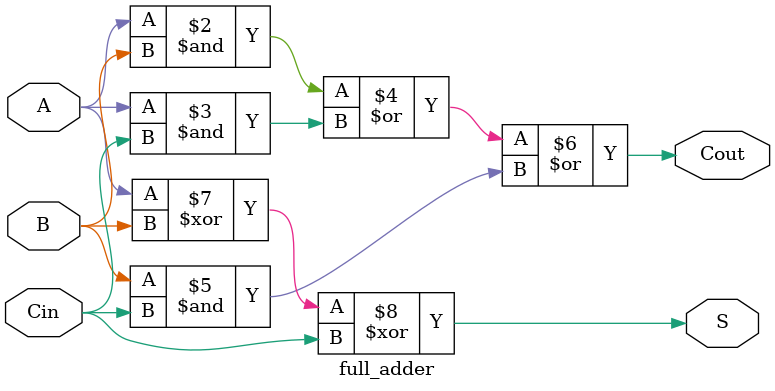
<source format=v>
`timescale 1ns / 1ps

module full_adder(A, B, Cout, S, Cin);

    input A, B, Cin;
    output reg Cout, S;

    always @(A, B, Cin) begin
        Cout <= (A & B) | (A & Cin) | (B & Cin);
        S <= A ^ B ^ Cin;
    end

endmodule


</source>
